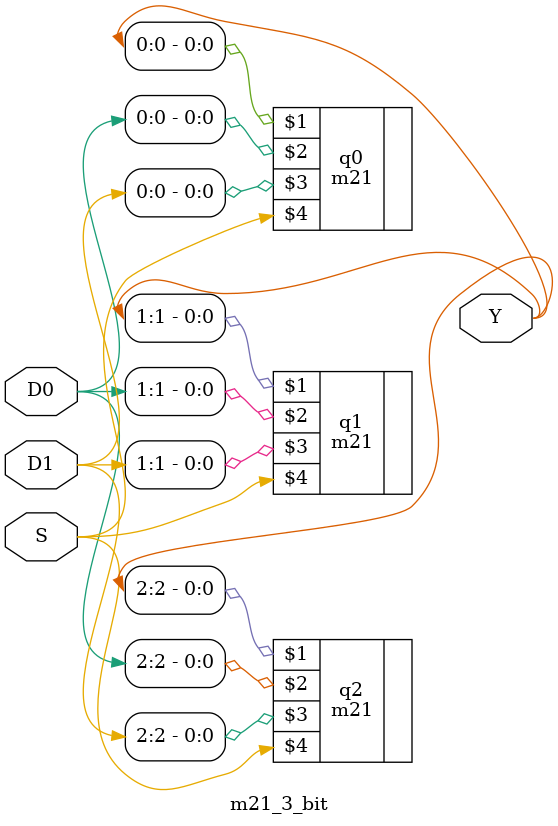
<source format=v>
module m21_3_bit(Y, D0, D1, S);
input S;
input [2:0]D0,D1;
output [2:0]Y;

m21 q0(Y[0], D0[0], D1[0], S);
m21 q1(Y[1], D0[1], D1[1], S);
m21 q2(Y[2], D0[2], D1[2], S);

endmodule
</source>
